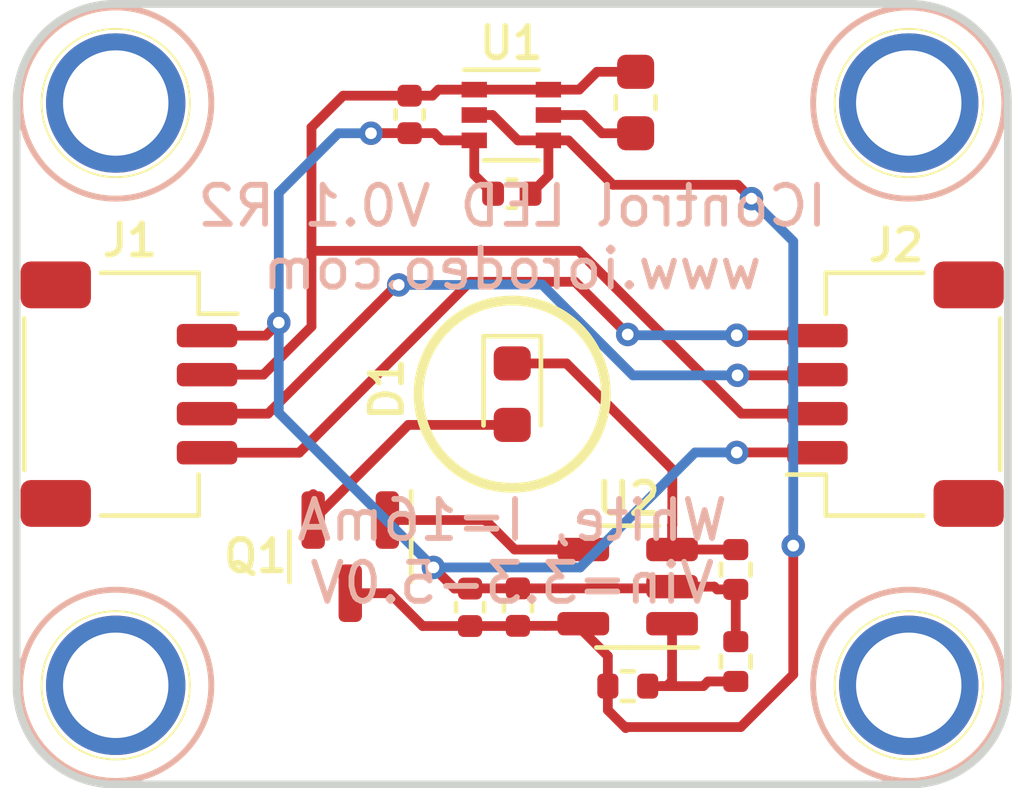
<source format=kicad_pcb>
(kicad_pcb (version 20221018) (generator pcbnew)
  (layers (0 "F.Cu" signal) (31 "B.Cu" signal) (34 "B.Paste" user) (35 "F.Paste" user) (36 "B.SilkS" user "B.Silkscreen") (37 "F.SilkS" user "F.Silkscreen") (38 "B.Mask" user) (39 "F.Mask" user) (44 "Edge.Cuts" user))
  (net 0 "")
  (net 1 "GND")
  (net 2 "/VIN")
  (net 3 "/VL")
  (net 4 "/SCL")
  (net 5 "/SDA")
  (net 6 "/5V")
  (net 7 "Net-(D1-K)")
  (net 8 "Net-(D1-A)")
  (net 9 "Net-(Q1-B)")
  (net 10 "/Vset")
  (footprint "custom_mount_hole:MountingHole_2.5mm_Pad" (layer "F.Cu") (at 52.54 52.54)
    (fp_text reference "M1" hide)
    (fp_text value "MountingHole_2.5mm_Pad" hide)
    (fp_circle (center 0 0) (end 2.45 0) (stroke (width 0.15)) (fill none) (layer "B.SilkS"))
    (fp_circle (center 0 0) (end 1.9 0) (stroke (width 0.05)) (fill none) (layer "F.SilkS"))
    (fp_circle (center 0 0) (end 2.45 0) (stroke (width 0.15)) (fill none) (layer "F.SilkS"))
    (pad "~" thru_hole circle (at 0 0) (size 3.57 3.57) (drill 2.7) (layers "*.Cu" "*.Mask"))
  )
  (footprint "custom_mount_hole:MountingHole_2.5mm_Pad" (layer "F.Cu") (at 72.86 52.54)
    (fp_text reference "M2" hide)
    (fp_text value "MountingHole_2.5mm_Pad" hide)
    (fp_circle (center 0 0) (end 2.45 0) (stroke (width 0.15)) (fill none) (layer "B.SilkS"))
    (fp_circle (center 0 0) (end 1.9 0) (stroke (width 0.05)) (fill none) (layer "F.SilkS"))
    (fp_circle (center 0 0) (end 2.45 0) (stroke (width 0.15)) (fill none) (layer "F.SilkS"))
    (pad "~" thru_hole circle (at 0 0) (size 3.57 3.57) (drill 2.7) (layers "*.Cu" "*.Mask"))
  )
  (footprint "custom_mount_hole:MountingHole_2.5mm_Pad" (layer "F.Cu") (at 72.86 67.46)
    (fp_text reference "M3" hide)
    (fp_text value "MountingHole_2.5mm_Pad" hide)
    (fp_circle (center 0 0) (end 2.45 0) (stroke (width 0.15)) (fill none) (layer "B.SilkS"))
    (fp_circle (center 0 0) (end 1.9 0) (stroke (width 0.05)) (fill none) (layer "F.SilkS"))
    (fp_circle (center 0 0) (end 2.45 0) (stroke (width 0.15)) (fill none) (layer "F.SilkS"))
    (pad "~" thru_hole circle (at 0 0) (size 3.57 3.57) (drill 2.7) (layers "*.Cu" "*.Mask"))
  )
  (footprint "custom_mount_hole:MountingHole_2.5mm_Pad" (layer "F.Cu") (at 52.54 67.46)
    (fp_text reference "M4" hide)
    (fp_text value "MountingHole_2.5mm_Pad" hide)
    (fp_circle (center 0 0) (end 2.45 0) (stroke (width 0.15)) (fill none) (layer "B.SilkS"))
    (fp_circle (center 0 0) (end 1.9 0) (stroke (width 0.05)) (fill none) (layer "F.SilkS"))
    (fp_circle (center 0 0) (end 2.45 0) (stroke (width 0.15)) (fill none) (layer "F.SilkS"))
    (pad "~" thru_hole circle (at 0 0) (size 3.57 3.57) (drill 2.7) (layers "*.Cu" "*.Mask"))
  )
  (footprint "LED_SMD:LED_0603_1608Metric" (layer "F.Cu") (at 62.7 60 -90)
    (fp_text reference "D1" (at -0.1322 3.2132 90) (layer "F.SilkS") (effects (font (size 0.8 0.8))))
    (fp_text value "LED" hide)
    (fp_line (start -1.485 -0.735) (end -1.485 0.735) (stroke (width 0.12)) (layer "F.SilkS"))
    (fp_line (start -1.485 0.735) (end 0.8 0.735) (stroke (width 0.12)) (layer "F.SilkS"))
    (fp_line (start 0.8 -0.735) (end -1.485 -0.735) (stroke (width 0.12)) (layer "F.SilkS"))
    (pad "1" smd roundrect (at -0.7875 0 270) (size 0.875 0.95) (layers "F.Cu" "F.Paste" "F.Mask") (net 7 "Net-(D1-K)"))
    (pad "2" smd roundrect (at 0.7875 0 270) (size 0.875 0.95) (layers "F.Cu" "F.Paste" "F.Mask") (net 8 "Net-(D1-A)"))
  )
  (footprint "JST_SH_SM04B_custom:JST_SH_SM04B-SRSS-TB_1x04-1MP_P1.00mm_Horizontal" (layer "F.Cu") (at 52.88 60 -90)
    (fp_text reference "J1" (at -3.9422 -0.0298) (layer "F.SilkS") (effects (font (size 0.8 0.8))))
    (fp_text value "Conn_01x04" hide)
    (fp_line (start -3.11 -1.785) (end -2.06 -1.785) (stroke (width 0.12)) (layer "F.SilkS"))
    (fp_line (start -3.11 0.715) (end -3.11 -1.785) (stroke (width 0.12)) (layer "F.SilkS"))
    (fp_line (start -2.06 -1.785) (end -2.06 -2.775) (stroke (width 0.12)) (layer "F.SilkS"))
    (fp_line (start -1.94 2.685) (end 1.94 2.685) (stroke (width 0.12)) (layer "F.SilkS"))
    (fp_line (start 3.11 -1.785) (end 2.06 -1.785) (stroke (width 0.12)) (layer "F.SilkS"))
    (fp_line (start 3.11 0.715) (end 3.11 -1.785) (stroke (width 0.12)) (layer "F.SilkS"))
    (pad "1" smd roundrect (at -1.5 -2 270) (size 0.6 1.55) (layers "F.Cu" "F.Paste" "F.Mask") (net 1 "GND"))
    (pad "2" smd roundrect (at -0.5 -2 270) (size 0.6 1.55) (layers "F.Cu" "F.Paste" "F.Mask") (net 2 "/VIN"))
    (pad "3" smd roundrect (at 0.5 -2 270) (size 0.6 1.55) (layers "F.Cu" "F.Paste" "F.Mask") (net 5 "/SDA"))
    (pad "4" smd roundrect (at 1.5 -2 270) (size 0.6 1.55) (layers "F.Cu" "F.Paste" "F.Mask") (net 4 "/SCL"))
    (pad "MP" smd roundrect (at -2.8 1.875 270) (size 1.2 1.8) (layers "F.Cu" "F.Paste" "F.Mask") (roundrect_rratio 0.2083333333))
    (pad "MP" smd roundrect (at 2.8 1.875 270) (size 1.2 1.8) (layers "F.Cu" "F.Paste" "F.Mask") (roundrect_rratio 0.2083333333))
  )
  (footprint "JST_SH_SM04B_custom:JST_SH_SM04B-SRSS-TB_1x04-1MP_P1.00mm_Horizontal" (layer "F.Cu") (at 72.52 60 90)
    (fp_text reference "J2" (at 3.8152 0.0208 180) (layer "F.SilkS") (effects (font (size 0.8 0.8))))
    (fp_text value "Conn_01x04" hide)
    (fp_line (start -3.11 -1.785) (end -2.06 -1.785) (stroke (width 0.12)) (layer "F.SilkS"))
    (fp_line (start -3.11 0.715) (end -3.11 -1.785) (stroke (width 0.12)) (layer "F.SilkS"))
    (fp_line (start -2.06 -1.785) (end -2.06 -2.775) (stroke (width 0.12)) (layer "F.SilkS"))
    (fp_line (start -1.94 2.685) (end 1.94 2.685) (stroke (width 0.12)) (layer "F.SilkS"))
    (fp_line (start 3.11 -1.785) (end 2.06 -1.785) (stroke (width 0.12)) (layer "F.SilkS"))
    (fp_line (start 3.11 0.715) (end 3.11 -1.785) (stroke (width 0.12)) (layer "F.SilkS"))
    (pad "1" smd roundrect (at -1.5 -2 90) (size 0.6 1.55) (layers "F.Cu" "F.Paste" "F.Mask") (net 1 "GND"))
    (pad "2" smd roundrect (at -0.5 -2 90) (size 0.6 1.55) (layers "F.Cu" "F.Paste" "F.Mask") (net 2 "/VIN"))
    (pad "3" smd roundrect (at 0.5 -2 90) (size 0.6 1.55) (layers "F.Cu" "F.Paste" "F.Mask") (net 5 "/SDA"))
    (pad "4" smd roundrect (at 1.5 -2 90) (size 0.6 1.55) (layers "F.Cu" "F.Paste" "F.Mask") (net 4 "/SCL"))
    (pad "MP" smd roundrect (at -2.8 1.875 90) (size 1.2 1.8) (layers "F.Cu" "F.Paste" "F.Mask") (roundrect_rratio 0.2083333333))
    (pad "MP" smd roundrect (at 2.8 1.875 90) (size 1.2 1.8) (layers "F.Cu" "F.Paste" "F.Mask") (roundrect_rratio 0.2083333333))
  )
  (footprint "Resistor_SMD:R_0402_1005Metric" (layer "F.Cu") (at 68.4276 64.4926 -90)
    (fp_text reference "R1" hide)
    (fp_text value "10" hide)
    (fp_line (start -0.153641 -0.38) (end 0.153641 -0.38) (stroke (width 0.12)) (layer "F.SilkS"))
    (fp_line (start -0.153641 0.38) (end 0.153641 0.38) (stroke (width 0.12)) (layer "F.SilkS"))
    (pad "1" smd roundrect (at -0.51 0 270) (size 0.54 0.64) (layers "F.Cu" "F.Paste" "F.Mask") (net 7 "Net-(D1-K)"))
    (pad "2" smd roundrect (at 0.51 0 270) (size 0.54 0.64) (layers "F.Cu" "F.Paste" "F.Mask") (net 1 "GND"))
  )
  (footprint "Package_TO_SOT_SMD:SOT-23-5" (layer "F.Cu") (at 65.6577 64.931 180)
    (fp_text reference "U2" (at -0.0125 2.25) (layer "F.SilkS") (effects (font (size 0.8 0.8) (thickness 0.15) bold)))
    (fp_text value "LMV321")
    (fp_line (start 0 -1.56) (end -1.8 -1.56) (stroke (width 0.12)) (layer "F.SilkS"))
    (fp_line (start 0 -1.56) (end 0.8 -1.56) (stroke (width 0.12)) (layer "F.SilkS"))
    (fp_line (start 0 1.56) (end -0.8 1.56) (stroke (width 0.12)) (layer "F.SilkS"))
    (fp_line (start 0 1.56) (end 0.8 1.56) (stroke (width 0.12)) (layer "F.SilkS"))
    (pad "1" smd roundrect (at -1.1375 -0.95 180) (size 1.325 0.6) (layers "F.Cu" "F.Paste" "F.Mask") (net 10 "/Vset"))
    (pad "2" smd roundrect (at -1.1375 0 180) (size 1.325 0.6) (layers "F.Cu" "F.Paste" "F.Mask") (net 1 "GND"))
    (pad "3" smd roundrect (at -1.1375 0.95 180) (size 1.325 0.6) (layers "F.Cu" "F.Paste" "F.Mask") (net 7 "Net-(D1-K)"))
    (pad "4" smd roundrect (at 1.1375 0.95 180) (size 1.325 0.6) (layers "F.Cu" "F.Paste" "F.Mask") (net 9 "Net-(Q1-B)"))
    (pad "5" smd roundrect (at 1.1375 -0.95 180) (size 1.325 0.6) (layers "F.Cu" "F.Paste" "F.Mask") (net 6 "/5V"))
  )
  (footprint "Capacitor_SMD:C_0402_1005Metric" (layer "F.Cu") (at 62.8452 65.456 90)
    (fp_text reference "C3" hide)
    (fp_text value "0.1uF" hide)
    (fp_line (start -0.107836 -0.36) (end 0.107836 -0.36) (stroke (width 0.12)) (layer "F.SilkS"))
    (fp_line (start -0.107836 0.36) (end 0.107836 0.36) (stroke (width 0.12)) (layer "F.SilkS"))
    (pad "1" smd roundrect (at -0.48 0 90) (size 0.56 0.62) (layers "F.Cu" "F.Paste" "F.Mask") (net 6 "/5V"))
    (pad "2" smd roundrect (at 0.48 0 90) (size 0.56 0.62) (layers "F.Cu" "F.Paste" "F.Mask") (net 1 "GND"))
  )
  (footprint "Resistor_SMD:R_0402_1005Metric" (layer "F.Cu") (at 68.4276 66.8508 90)
    (fp_text reference "R3" hide)
    (fp_text value "1k" hide)
    (fp_line (start -0.153641 -0.38) (end 0.153641 -0.38) (stroke (width 0.12)) (layer "F.SilkS"))
    (fp_line (start -0.153641 0.38) (end 0.153641 0.38) (stroke (width 0.12)) (layer "F.SilkS"))
    (pad "1" smd roundrect (at -0.51 0 90) (size 0.54 0.64) (layers "F.Cu" "F.Paste" "F.Mask") (net 10 "/Vset"))
    (pad "2" smd roundrect (at 0.51 0 90) (size 0.54 0.64) (layers "F.Cu" "F.Paste" "F.Mask") (net 1 "GND"))
  )
  (footprint "Inductor_SMD:L_0603_1608Metric" (layer "F.Cu") (at 65.8622 52.5272 -90)
    (fp_text reference "L1" hide)
    (fp_text value "4.7uF" hide)
    (fp_line (start -0.162779 -0.51) (end 0.162779 -0.51) (stroke (width 0.12)) (layer "F.SilkS"))
    (fp_line (start -0.162779 0.51) (end 0.162779 0.51) (stroke (width 0.12)) (layer "F.SilkS"))
    (pad "1" smd roundrect (at -0.7875 0 270) (size 0.875 0.95) (layers "F.Cu" "F.Paste" "F.Mask") (net 2 "/VIN"))
    (pad "2" smd roundrect (at 0.7875 0 270) (size 0.875 0.95) (layers "F.Cu" "F.Paste" "F.Mask") (net 3 "/VL"))
  )
  (footprint "Resistor_SMD:R_0402_1005Metric" (layer "F.Cu") (at 65.6602 67.481)
    (fp_text reference "R2" hide)
    (fp_text value "30k" hide)
    (fp_line (start -0.153641 -0.38) (end 0.153641 -0.38) (stroke (width 0.12)) (layer "F.SilkS"))
    (fp_line (start -0.153641 0.38) (end 0.153641 0.38) (stroke (width 0.12)) (layer "F.SilkS"))
    (pad "1" smd roundrect (at -0.51 0) (size 0.54 0.64) (layers "F.Cu" "F.Paste" "F.Mask") (net 6 "/5V"))
    (pad "2" smd roundrect (at 0.51 0) (size 0.54 0.64) (layers "F.Cu" "F.Paste" "F.Mask") (net 10 "/Vset"))
  )
  (footprint "Capacitor_SMD:C_0402_1005Metric" (layer "F.Cu") (at 60.071 52.832 90)
    (fp_text reference "C1" hide)
    (fp_text value "10uF" hide)
    (fp_line (start -0.107836 -0.36) (end 0.107836 -0.36) (stroke (width 0.12)) (layer "F.SilkS"))
    (fp_line (start -0.107836 0.36) (end 0.107836 0.36) (stroke (width 0.12)) (layer "F.SilkS"))
    (pad "1" smd roundrect (at -0.48 0 90) (size 0.56 0.62) (layers "F.Cu" "F.Paste" "F.Mask") (net 1 "GND"))
    (pad "2" smd roundrect (at 0.48 0 90) (size 0.56 0.62) (layers "F.Cu" "F.Paste" "F.Mask") (net 2 "/VIN"))
  )
  (footprint "Package_TO_SOT_SMD:SOT-363_SC-70-6" (layer "F.Cu") (at 62.677 52.847)
    (fp_text reference "U1" (at 0 -1.8438) (layer "F.SilkS") (effects (font (size 0.8 0.8))))
    (fp_text value "TPS61222DCK" hide)
    (fp_line (start -0.7 1.16) (end 0.7 1.16) (stroke (width 0.12)) (layer "F.SilkS"))
    (fp_line (start 0.7 -1.16) (end -1.2 -1.16) (stroke (width 0.12)) (layer "F.SilkS"))
    (pad "1" smd rect (at -0.95 -0.65) (size 0.65 0.4) (layers "F.Cu" "F.Paste" "F.Mask") (net 2 "/VIN"))
    (pad "2" smd rect (at -0.95 0) (size 0.65 0.4) (layers "F.Cu" "F.Paste" "F.Mask") (net 6 "/5V"))
    (pad "3" smd rect (at -0.95 0.65) (size 0.65 0.4) (layers "F.Cu" "F.Paste" "F.Mask") (net 1 "GND"))
    (pad "4" smd rect (at 0.95 0.65) (size 0.65 0.4) (layers "F.Cu" "F.Paste" "F.Mask") (net 6 "/5V"))
    (pad "5" smd rect (at 0.95 0) (size 0.65 0.4) (layers "F.Cu" "F.Paste" "F.Mask") (net 3 "/VL"))
    (pad "6" smd rect (at 0.95 -0.65) (size 0.65 0.4) (layers "F.Cu" "F.Paste" "F.Mask") (net 2 "/VIN"))
  )
  (footprint "Capacitor_SMD:C_0402_1005Metric" (layer "F.Cu") (at 61.6202 65.461 90)
    (fp_text reference "C4" hide)
    (fp_text value "10uF" hide)
    (fp_line (start -0.107836 -0.36) (end 0.107836 -0.36) (stroke (width 0.12)) (layer "F.SilkS"))
    (fp_line (start -0.107836 0.36) (end 0.107836 0.36) (stroke (width 0.12)) (layer "F.SilkS"))
    (pad "1" smd roundrect (at -0.48 0 90) (size 0.56 0.62) (layers "F.Cu" "F.Paste" "F.Mask") (net 6 "/5V"))
    (pad "2" smd roundrect (at 0.48 0 90) (size 0.56 0.62) (layers "F.Cu" "F.Paste" "F.Mask") (net 1 "GND"))
  )
  (footprint "Package_TO_SOT_SMD:SOT-23" (layer "F.Cu") (at 58.55 64.1625 -90)
    (fp_text reference "Q1" (at -0.0125 2.425 -180) (layer "F.SilkS") (effects (font (size 0.8 0.8) (thickness 0.15) bold)))
    (fp_text value "MMBT5551L" hide)
    (fp_line (start 0 -1.56) (end -1.675 -1.56) (stroke (width 0.12)) (layer "F.SilkS"))
    (fp_line (start 0 -1.56) (end 0.65 -1.56) (stroke (width 0.12)) (layer "F.SilkS"))
    (fp_line (start 0 1.56) (end -0.65 1.56) (stroke (width 0.12)) (layer "F.SilkS"))
    (fp_line (start 0 1.56) (end 0.65 1.56) (stroke (width 0.12)) (layer "F.SilkS"))
    (pad "1" smd roundrect (at -0.9375 -0.95 270) (size 1.475 0.6) (layers "F.Cu" "F.Paste" "F.Mask") (net 9 "Net-(Q1-B)"))
    (pad "2" smd roundrect (at -0.9375 0.95 270) (size 1.475 0.6) (layers "F.Cu" "F.Paste" "F.Mask") (net 8 "Net-(D1-A)"))
    (pad "3" smd roundrect (at 0.9375 0 270) (size 1.475 0.6) (layers "F.Cu" "F.Paste" "F.Mask") (net 6 "/5V"))
  )
  (footprint "Capacitor_SMD:C_0402_1005Metric" (layer "F.Cu") (at 62.6898 54.864)
    (fp_text reference "C2" hide)
    (fp_text value "10uF" hide)
    (fp_line (start -0.107836 -0.36) (end 0.107836 -0.36) (stroke (width 0.12)) (layer "F.SilkS"))
    (fp_line (start -0.107836 0.36) (end 0.107836 0.36) (stroke (width 0.12)) (layer "F.SilkS"))
    (pad "1" smd roundrect (at -0.48 0) (size 0.56 0.62) (layers "F.Cu" "F.Paste" "F.Mask") (net 1 "GND"))
    (pad "2" smd roundrect (at 0.48 0) (size 0.56 0.62) (layers "F.Cu" "F.Paste" "F.Mask") (net 6 "/5V"))
  )
  (gr_circle (center 62.7 60) (end 65.1 60) (stroke (width 0.25)) (fill none) (layer "F.SilkS"))
  (gr_arc (start 72.9 50) (mid 74.667767 50.732233) (end 75.4 52.5) (stroke (width 0.2)) (layer "Edge.Cuts"))
  (gr_arc (start 52.5 70) (mid 50.732233 69.267767) (end 50 67.5) (stroke (width 0.2)) (layer "Edge.Cuts"))
  (gr_line (start 52.5 50) (end 72.9 50) (stroke (width 0.2)) (layer "Edge.Cuts"))
  (gr_arc (start 50 52.5) (mid 50.732233 50.732233) (end 52.5 50) (stroke (width 0.2)) (layer "Edge.Cuts"))
  (gr_arc (start 75.4 67.5) (mid 74.667767 69.267767) (end 72.9 70) (stroke (width 0.2)) (layer "Edge.Cuts"))
  (gr_line (start 50 52.5) (end 50 67.5) (stroke (width 0.2)) (layer "Edge.Cuts"))
  (gr_line (start 52.5 70) (end 72.9 70) (stroke (width 0.2)) (layer "Edge.Cuts"))
  (gr_line (start 75.4 52.5) (end 75.4 67.5) (stroke (width 0.2)) (layer "Edge.Cuts"))
  (gr_text "IControl LED V0.1 R2\nwww.iorodeo.com\n\n\n\nWhite, I=16mA\nVin=3.3-5.0V" (at 62.7 60.01) (layer "B.SilkS") (effects (font (size 1 1)) (justify mirror)))
  (segment (start 61.2218 64.981) (end 60.6806 64.4398) (width 0.25) (layer "F.Cu") (net 1))
  (segment (start 68.4276 65.0026) (end 68.4276 66.3408) (width 0.25) (layer "F.Cu") (net 1))
  (segment (start 60.071 53.312) (end 60.7034 53.312) (width 0.25) (layer "F.Cu") (net 1))
  (segment (start 60.7034 53.312) (end 60.8884 53.497) (width 0.25) (layer "F.Cu") (net 1))
  (segment (start 62.8452 64.976) (end 61.6252 64.976) (width 0.25) (layer "F.Cu") (net 1))
  (segment (start 68.4276 65.0026) (end 67.949 65.0026) (width 0.25) (layer "F.Cu") (net 1))
  (segment (start 70.3134 61.4934) (end 70.32 61.5) (width 0.25) (layer "F.Cu") (net 1))
  (segment (start 62.8452 64.976) (end 63.9452 64.976) (width 0.25) (layer "F.Cu") (net 1))
  (segment (start 67.949 65.0026) (end 67.8774 64.931) (width 0.25) (layer "F.Cu") (net 1))
  (segment (start 68.453 61.4934) (end 70.4134 61.4934) (width 0.25) (layer "F.Cu") (net 1))
  (segment (start 59.083 53.312) (end 59.0804 53.3146) (width 0.25) (layer "F.Cu") (net 1))
  (segment (start 56.3842 58.5) (end 54.98 58.5) (width 0.25) (layer "F.Cu") (net 1))
  (segment (start 70.4134 61.4934) (end 70.42 61.5) (width 0.25) (layer "F.Cu") (net 1))
  (segment (start 56.3842 58.5) (end 56.7182 58.166) (width 0.25) (layer "F.Cu") (net 1))
  (segment (start 70.7684 61.4934) (end 70.775 61.5) (width 0.25) (layer "F.Cu") (net 1))
  (segment (start 70.3634 61.4934) (end 70.37 61.5) (width 0.25) (layer "F.Cu") (net 1))
  (segment (start 61.727 54.3812) (end 62.2098 54.864) (width 0.25) (layer "F.Cu") (net 1))
  (segment (start 61.6202 64.981) (end 61.2218 64.981) (width 0.25) (layer "F.Cu") (net 1))
  (segment (start 66.7502 64.976) (end 66.7952 64.931) (width 0.25) (layer "F.Cu") (net 1))
  (segment (start 60.8884 53.497) (end 61.727 53.497) (width 0.25) (layer "F.Cu") (net 1))
  (segment (start 67.8774 64.931) (end 66.7952 64.931) (width 0.25) (layer "F.Cu") (net 1))
  (segment (start 60.071 53.312) (end 59.083 53.312) (width 0.25) (layer "F.Cu") (net 1))
  (segment (start 61.727 53.497) (end 61.727 54.3812) (width 0.25) (layer "F.Cu") (net 1))
  (segment (start 63.9452 64.976) (end 66.7502 64.976) (width 0.25) (layer "F.Cu") (net 1))
  (segment (start 61.6252 64.976) (end 61.6202 64.981) (width 0.25) (layer "F.Cu") (net 1))
  (via (at 60.6806 64.4398) (size 0.6) (drill 0.3) (layers "F.Cu" "B.Cu") (net 1))
  (via (at 56.7182 58.166) (size 0.6) (drill 0.3) (layers "F.Cu" "B.Cu") (net 1))
  (via (at 59.0804 53.3146) (size 0.6) (drill 0.3) (layers "F.Cu" "B.Cu") (net 1))
  (via (at 68.453 61.4934) (size 0.6) (drill 0.3) (layers "F.Cu" "B.Cu") (net 1))
  (segment (start 67.3862 61.4934) (end 68.453 61.4934) (width 0.25) (layer "B.Cu") (net 1))
  (segment (start 56.7182 54.8386) (end 58.2422 53.3146) (width 0.25) (layer "B.Cu") (net 1))
  (segment (start 60.6806 64.4398) (end 64.4398 64.4398) (width 0.25) (layer "B.Cu") (net 1))
  (segment (start 64.4398 64.4398) (end 67.3862 61.4934) (width 0.25) (layer "B.Cu") (net 1))
  (segment (start 56.7182 60.4774) (end 60.6806 64.4398) (width 0.25) (layer "B.Cu") (net 1))
  (segment (start 58.2422 53.3146) (end 59.0804 53.3146) (width 0.25) (layer "B.Cu") (net 1))
  (segment (start 56.7182 58.166) (end 56.7182 54.8386) (width 0.25) (layer "B.Cu") (net 1))
  (segment (start 56.7182 58.166) (end 56.7182 60.4774) (width 0.25) (layer "B.Cu") (net 1))
  (segment (start 60.6526 52.352) (end 60.8076 52.197) (width 0.25) (layer "F.Cu") (net 2))
  (segment (start 60.071 52.352) (end 60.6526 52.352) (width 0.25) (layer "F.Cu") (net 2))
  (segment (start 57.5564 53.1622) (end 58.3666 52.352) (width 0.25) (layer "F.Cu") (net 2))
  (segment (start 56.324 59.5) (end 57.5564 58.2676) (width 0.25) (layer "F.Cu") (net 2))
  (segment (start 64.8717 51.7397) (end 65.8622 51.7397) (width 0.25) (layer "F.Cu") (net 2))
  (segment (start 64.4144 52.197) (end 64.8717 51.7397) (width 0.25) (layer "F.Cu") (net 2))
  (segment (start 57.5564 56.3372) (end 57.5564 53.1622) (width 0.25) (layer "F.Cu") (net 2))
  (segment (start 57.5661 56.3275) (end 64.399584 56.3275) (width 0.25) (layer "F.Cu") (net 2))
  (segment (start 57.5564 58.2676) (end 57.5564 56.3372) (width 0.25) (layer "F.Cu") (net 2))
  (segment (start 63.627 52.197) (end 64.4144 52.197) (width 0.25) (layer "F.Cu") (net 2))
  (segment (start 57.5564 56.3372) (end 57.5661 56.3275) (width 0.25) (layer "F.Cu") (net 2))
  (segment (start 56.324 59.5) (end 54.98 59.5) (width 0.25) (layer "F.Cu") (net 2))
  (segment (start 58.3666 52.352) (end 60.071 52.352) (width 0.25) (layer "F.Cu") (net 2))
  (segment (start 64.399584 56.3275) (end 68.572084 60.5) (width 0.25) (layer "F.Cu") (net 2))
  (segment (start 68.572084 60.5) (end 70.42 60.5) (width 0.25) (layer "F.Cu") (net 2))
  (segment (start 61.727 52.197) (end 63.627 52.197) (width 0.25) (layer "F.Cu") (net 2))
  (segment (start 60.8076 52.197) (end 61.727 52.197) (width 0.25) (layer "F.Cu") (net 2))
  (segment (start 64.531 52.847) (end 63.627 52.847) (width 0.25) (layer "F.Cu") (net 3))
  (segment (start 65.8622 53.3147) (end 64.9987 53.3147) (width 0.25) (layer "F.Cu") (net 3))
  (segment (start 64.9987 53.3147) (end 64.531 52.847) (width 0.25) (layer "F.Cu") (net 3))
  (segment (start 57.24 61.5) (end 54.98 61.5) (width 0.25) (layer "F.Cu") (net 4))
  (segment (start 61.62 57.12) (end 57.24 61.5) (width 0.25) (layer "F.Cu") (net 4))
  (segment (start 68.453 58.49) (end 70.41 58.49) (width 0.25) (layer "F.Cu") (net 4))
  (segment (start 70.36 58.49) (end 70.37 58.5) (width 0.25) (layer "F.Cu") (net 4))
  (segment (start 70.41 58.49) (end 70.42 58.5) (width 0.25) (layer "F.Cu") (net 4))
  (segment (start 65.659 58.4708) (end 64.3082 57.12) (width 0.25) (layer "F.Cu") (net 4))
  (segment (start 70.31 58.49) (end 70.32 58.5) (width 0.25) (layer "F.Cu") (net 4))
  (segment (start 64.3082 57.12) (end 61.62 57.12) (width 0.25) (layer "F.Cu") (net 4))
  (via (at 68.453 58.49) (size 0.6) (drill 0.3) (layers "F.Cu" "B.Cu") (net 4))
  (via (at 65.659 58.4708) (size 0.6) (drill 0.3) (layers "F.Cu" "B.Cu") (net 4))
  (segment (start 68.453 58.49) (end 65.6782 58.49) (width 0.25) (layer "B.Cu") (net 4))
  (segment (start 65.6782 58.49) (end 65.659 58.4708) (width 0.25) (layer "B.Cu") (net 4))
  (segment (start 59.7916 57.2008) (end 59.7408 57.2008) (width 0.25) (layer "F.Cu") (net 5))
  (segment (start 68.472931 59.517669) (end 70.402331 59.517669) (width 0.25) (layer "F.Cu") (net 5))
  (segment (start 68.472931 59.517669) (end 68.4906 59.5) (width 0.25) (layer "F.Cu") (net 5))
  (segment (start 70.402331 59.517669) (end 70.42 59.5) (width 0.25) (layer "F.Cu") (net 5))
  (segment (start 59.7408 57.2008) (end 56.4416 60.5) (width 0.25) (layer "F.Cu") (net 5))
  (segment (start 56.4416 60.5) (end 54.98 60.5) (width 0.25) (layer "F.Cu") (net 5))
  (segment (start 68.472931 59.517669) (end 68.455262 59.5) (width 0.25) (layer "F.Cu") (net 5))
  (segment (start 70.352331 59.517669) (end 70.37 59.5) (width 0.25) (layer "F.Cu") (net 5))
  (via (at 59.7916 57.2008) (size 0.6) (drill 0.3) (layers "F.Cu" "B.Cu") (net 5))
  (via (at 68.472931 59.517669) (size 0.6) (drill 0.3) (layers "F.Cu" "B.Cu") (net 5))
  (segment (start 61.4492 57.2008) (end 59.7916 57.2008) (width 0.25) (layer "B.Cu") (net 5))
  (segment (start 68.472931 59.517669) (end 65.791469 59.517669) (width 0.25) (layer "B.Cu") (net 5))
  (segment (start 65.791469 59.517669) (end 63.4638 57.19) (width 0.25) (layer "B.Cu") (net 5))
  (segment (start 61.46 57.19) (end 61.4492 57.2008) (width 0.25) (layer "B.Cu") (net 5))
  (segment (start 63.4638 57.19) (end 61.46 57.19) (width 0.25) (layer "B.Cu") (net 5))
  (segment (start 63.627 54.4068) (end 63.1698 54.864) (width 0.25) (layer "F.Cu") (net 6))
  (segment (start 64.5202 65.881) (end 64.5202 66.081) (width 0.25) (layer "F.Cu") (net 6))
  (segment (start 62.8402 65.941) (end 62.8452 65.936) (width 0.25) (layer "F.Cu") (net 6))
  (segment (start 63.5452 65.936) (end 64.4652 65.936) (width 0.25) (layer "F.Cu") (net 6))
  (segment (start 61.6202 65.941) (end 60.4038 65.941) (width 0.25) (layer "F.Cu") (net 6))
  (segment (start 65.6082 68.5546) (end 65.1502 68.0966) (width 0.25) (layer "F.Cu") (net 6))
  (segment (start 58.55 65.1) (end 58.55 65.5858) (width 0.25) (layer "F.Cu") (net 6))
  (segment (start 62.8452 65.936) (end 63.5452 65.936) (width 0.25) (layer "F.Cu") (net 6))
  (segment (start 61.727 52.847) (end 62.1942 52.847) (width 0.25) (layer "F.Cu") (net 6))
  (segment (start 68.5546 68.5292) (end 65.6336 68.5292) (width 0.25) (layer "F.Cu") (net 6))
  (segment (start 65.1502 66.711) (end 65.1502 67.481) (width 0.25) (layer "F.Cu") (net 6))
  (segment (start 68.4754 54.6354) (end 68.83 54.99) (width 0.25) (layer "F.Cu") (net 6))
  (segment (start 63.627 53.497) (end 64.1396 53.497) (width 0.25) (layer "F.Cu") (net 6))
  (segment (start 65.278 54.6354) (end 68.4754 54.6354) (width 0.25) (layer "F.Cu") (net 6))
  (segment (start 62.1942 52.847) (end 62.8442 53.497) (width 0.25) (layer "F.Cu") (net 6))
  (segment (start 64.5202 66.081) (end 65.1502 66.711) (width 0.25) (layer "F.Cu") (net 6))
  (segment (start 61.6202 65.941) (end 62.8402 65.941) (width 0.25) (layer "F.Cu") (net 6))
  (segment (start 59.5628 65.1) (end 58.55 65.1) (width 0.25) (layer "F.Cu") (net 6))
  (segment (start 65.6336 68.5292) (end 65.6082 68.5546) (width 0.25) (layer "F.Cu") (net 6))
  (segment (start 63.627 53.497) (end 63.627 54.4068) (width 0.25) (layer "F.Cu") (net 6))
  (segment (start 64.1396 53.497) (end 65.278 54.6354) (width 0.25) (layer "F.Cu") (net 6))
  (segment (start 69.9008 67.183) (end 68.5546 68.5292) (width 0.25) (layer "F.Cu") (net 6))
  (segment (start 60.4038 65.941) (end 59.5628 65.1) (width 0.25) (layer "F.Cu") (net 6))
  (segment (start 69.9008 63.881) (end 69.9008 67.183) (width 0.25) (layer "F.Cu") (net 6))
  (segment (start 62.8442 53.497) (end 63.627 53.497) (width 0.25) (layer "F.Cu") (net 6))
  (segment (start 65.1502 68.0966) (end 65.1502 67.481) (width 0.25) (layer "F.Cu") (net 6))
  (segment (start 64.4652 65.936) (end 64.5202 65.881) (width 0.25) (layer "F.Cu") (net 6))
  (via (at 69.9008 63.881) (size 0.6) (drill 0.3) (layers "F.Cu" "B.Cu") (net 6))
  (via (at 68.83 54.99) (size 0.6) (drill 0.3) (layers "F.Cu" "B.Cu") (net 6))
  (segment (start 69.9008 56.0832) (end 68.83 55.0124) (width 0.25) (layer "B.Cu") (net 6))
  (segment (start 68.83 55.0124) (end 68.83 54.99) (width 0.25) (layer "B.Cu") (net 6))
  (segment (start 69.9008 63.881) (end 69.9008 56.0832) (width 0.25) (layer "B.Cu") (net 6))
  (segment (start 68.426 63.981) (end 68.4276 63.9826) (width 0.25) (layer "F.Cu") (net 7))
  (segment (start 66.802 61.9252) (end 66.802 63.3476) (width 0.25) (layer "F.Cu") (net 7))
  (segment (start 62.7 59.2125) (end 64.0893 59.2125) (width 0.25) (layer "F.Cu") (net 7))
  (segment (start 66.7952 63.981) (end 68.426 63.981) (width 0.25) (layer "F.Cu") (net 7))
  (segment (start 64.0893 59.2125) (end 66.802 61.9252) (width 0.25) (layer "F.Cu") (net 7))
  (segment (start 66.7952 63.3544) (end 66.7952 63.981) (width 0.25) (layer "F.Cu") (net 7))
  (segment (start 66.802 63.3476) (end 66.7952 63.3544) (width 0.25) (layer "F.Cu") (net 7))
  (segment (start 60.0375 60.7875) (end 62.7 60.7875) (width 0.25) (layer "F.Cu") (net 8))
  (segment (start 57.6 63.225) (end 57.6 62.56) (width 0.25) (layer "F.Cu") (net 8))
  (segment (start 57.6 63.225) (end 60.0375 60.7875) (width 0.25) (layer "F.Cu") (net 8))
  (segment (start 62.0058 63.225) (end 59.5 63.225) (width 0.25) (layer "F.Cu") (net 9))
  (segment (start 59.545 63.18) (end 59.5 63.225) (width 0.25) (layer "F.Cu") (net 9))
  (segment (start 64.5202 63.981) (end 62.7618 63.981) (width 0.25) (layer "F.Cu") (net 9))
  (segment (start 62.7618 63.981) (end 62.0058 63.225) (width 0.25) (layer "F.Cu") (net 9))
  (segment (start 66.7952 67.346) (end 66.6602 67.481) (width 0.25) (layer "F.Cu") (net 10))
  (segment (start 67.7164 67.3608) (end 68.4276 67.3608) (width 0.25) (layer "F.Cu") (net 10))
  (segment (start 66.7952 65.881) (end 66.7952 67.196) (width 0.25) (layer "F.Cu") (net 10))
  (segment (start 66.5226 67.481) (end 67.5962 67.481) (width 0.25) (layer "F.Cu") (net 10))
  (segment (start 66.5226 67.481) (end 66.1702 67.481) (width 0.25) (layer "F.Cu") (net 10))
  (segment (start 66.7952 67.196) (end 66.7952 67.346) (width 0.25) (layer "F.Cu") (net 10))
  (segment (start 66.6602 67.481) (end 66.5226 67.481) (width 0.25) (layer "F.Cu") (net 10))
  (segment (start 67.5962 67.481) (end 67.7164 67.3608) (width 0.25) (layer "F.Cu") (net 10))
)
</source>
